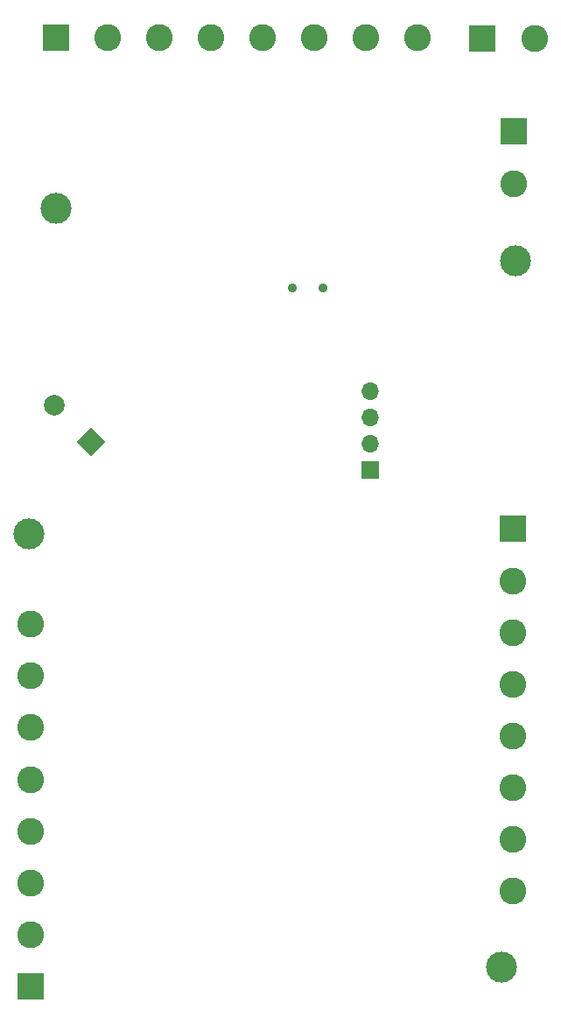
<source format=gbs>
G04 #@! TF.GenerationSoftware,KiCad,Pcbnew,(6.0.7)*
G04 #@! TF.CreationDate,2023-04-24T21:56:03-07:00*
G04 #@! TF.ProjectId,OBC-Attempt-2,4f42432d-4174-4746-956d-70742d322e6b,rev?*
G04 #@! TF.SameCoordinates,Original*
G04 #@! TF.FileFunction,Soldermask,Bot*
G04 #@! TF.FilePolarity,Negative*
%FSLAX46Y46*%
G04 Gerber Fmt 4.6, Leading zero omitted, Abs format (unit mm)*
G04 Created by KiCad (PCBNEW (6.0.7)) date 2023-04-24 21:56:03*
%MOMM*%
%LPD*%
G01*
G04 APERTURE LIST*
G04 Aperture macros list*
%AMRotRect*
0 Rectangle, with rotation*
0 The origin of the aperture is its center*
0 $1 length*
0 $2 width*
0 $3 Rotation angle, in degrees counterclockwise*
0 Add horizontal line*
21,1,$1,$2,0,0,$3*%
G04 Aperture macros list end*
%ADD10C,3.000000*%
%ADD11C,0.900000*%
%ADD12R,2.600000X2.600000*%
%ADD13C,2.600000*%
%ADD14RotRect,2.000000X2.000000X135.000000*%
%ADD15C,2.000000*%
%ADD16R,1.700000X1.700000*%
%ADD17O,1.700000X1.700000*%
G04 APERTURE END LIST*
D10*
X77470000Y-52070000D03*
D11*
X55850000Y-54710000D03*
X58850000Y-54710000D03*
D10*
X76123400Y-120410400D03*
X30403400Y-78500400D03*
X33020000Y-46990000D03*
D12*
X77305000Y-39600000D03*
D13*
X77305000Y-44600000D03*
D12*
X33000000Y-30495000D03*
D13*
X38000000Y-30495000D03*
X43000000Y-30495000D03*
X48000000Y-30495000D03*
X53000000Y-30495000D03*
X58000000Y-30495000D03*
X63000000Y-30495000D03*
X68000000Y-30495000D03*
D14*
X36417006Y-69607006D03*
D15*
X32881472Y-66071472D03*
D16*
X63393600Y-72312600D03*
D17*
X63393600Y-69772600D03*
X63393600Y-67232600D03*
X63393600Y-64692600D03*
D12*
X30578400Y-122260400D03*
D13*
X30578400Y-117260400D03*
X30578400Y-112260400D03*
X30578400Y-107260400D03*
X30578400Y-102260400D03*
X30578400Y-97260400D03*
X30578400Y-92260400D03*
X30578400Y-87260400D03*
D12*
X77243400Y-78040400D03*
D13*
X77243400Y-83040400D03*
X77243400Y-88040400D03*
X77243400Y-93040400D03*
X77243400Y-98040400D03*
X77243400Y-103040400D03*
X77243400Y-108040400D03*
X77243400Y-113040400D03*
D12*
X74300000Y-30600000D03*
D13*
X79300000Y-30600000D03*
M02*

</source>
